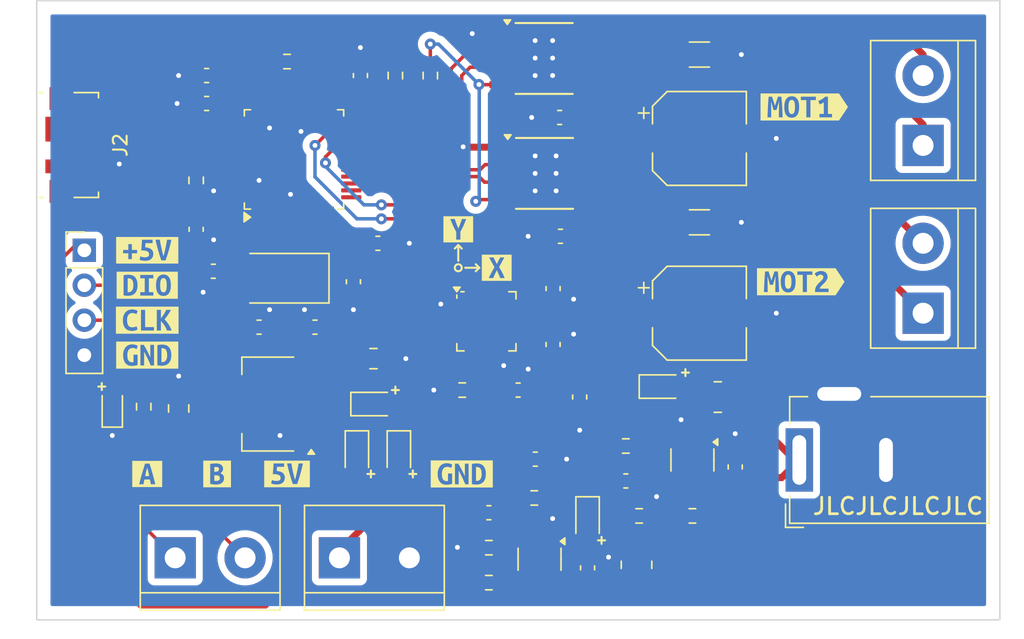
<source format=kicad_pcb>
(kicad_pcb (version 20240108) (generator "pcbnew") (generator_version "8.0")
  (layers (0 "F.Cu" signal) (31 "B.Cu" signal) (34 "B.Paste" user) (35 "F.Paste" user) (36 "B.SilkS" user "B.Silkscreen") (37 "F.SilkS" user "F.Silkscreen") (38 "B.Mask" user) (39 "F.Mask" user) (44 "Edge.Cuts" user))
  (net 0 "")
  (net 1 "+3V3")
  (net 2 "GND")
  (net 3 "/HSE_IN")
  (net 4 "/HSE_OUT")
  (net 5 "/NRST")
  (net 6 "+12V")
  (net 7 "+BATT")
  (net 8 "+5V_CONV")
  (net 9 "+5V")
  (net 10 "VBUS")
  (net 11 "/SWDIO")
  (net 12 "/SWCLK")
  (net 15 "/USB_D-")
  (net 17 "/USB_D+")
  (net 22 "/ENC_A")
  (net 23 "/ENC_B")
  (net 24 "/BOOT0")
  (net 25 "/I2C_SCL")
  (net 26 "/I2C_SDA")
  (net 29 "/PWM2")
  (net 31 "/PWM4")
  (net 34 "/PWM1")
  (net 36 "/PWM3")
  (net 68 "/MOT1_B")
  (net 69 "/MOT1_A")
  (net 70 "/MOT2_B")
  (net 71 "/MOT2_A")
  (net 72 "/IMU_REGOUT")
  (net 73 "/IMU_CPOUT")
  (net 74 "/IMU_AD0")
  (net 75 "/MOT1_SEN")
  (net 76 "/MOT2_SEN")
  (net 77 "/LMR1_EN")
  (net 78 "/LMR2_EN")
  (net 79 "/LMR2_SW")
  (net 80 "/LMR1_SW")
  (net 81 "/LMR1_FB")
  (net 82 "/REG_IN")
  (net 83 "/LMR2_FB")
  (net 84 "/LED_ANODE")
  (footprint "Package_TO_SOT_SMD:SOT-23-5" (layer "F.Cu") (at 168.656 119.38 -90)
    (property "Reference" "U2" (hide yes))
    (property "Value" "LMR62014XMF")
  )
  (footprint "Capacitor_SMD:C_0603_1608Metric" (layer "F.Cu") (at 159.065 103.124 180)
    (property "Reference" "C24" (hide yes))
    (property "Value" "100n")
  )
  (footprint "Capacitor_SMD:C_0603_1608Metric" (layer "F.Cu") (at 160.462 114.808 -90)
    (property "Reference" "C12" (hide yes))
    (property "Value" "10u")
  )
  (footprint "Package_TO_SOT_SMD:SOT-23-5" (layer "F.Cu") (at 157.546 126.5905 -90)
    (property "Reference" "U4" (hide yes))
    (property "Value" "LMR62014XMF")
  )
  (footprint "kibuzzard-66D67EE6" (layer "F.Cu") (at 151.892 120.396)
    (property "Reference" "kibuzzard-66D67EE6" (hide yes))
    (property "Value" "G***" (hide yes))
  )
  (footprint "Connector_PinHeader_2.54mm:PinHeader_1x04_P2.54mm_Vertical" (layer "F.Cu") (at 124.46 104.14)
    (property "Reference" "J1" (hide yes))
    (property "Value" "ICSP")
  )
  (footprint "Capacitor_SMD:C_0603_1608Metric" (layer "F.Cu") (at 171.766 119.888 90)
    (property "Reference" "C13" (hide yes))
    (property "Value" "10u")
  )
  (footprint "kibuzzard-66D67F1F" (layer "F.Cu") (at 129.032 104.14)
    (property "Reference" "kibuzzard-66D67F1F" (hide yes))
    (property "Value" "G***" (hide yes))
  )
  (footprint "Capacitor_SMD:C_0805_2012Metric" (layer "F.Cu") (at 131.318 115.636 90)
    (property "Reference" "C11" (hide yes))
    (property "Value" "22u")
  )
  (footprint "kibuzzard-66D67A11" (layer "F.Cu") (at 139.192 120.396)
    (property "Reference" "kibuzzard-66D67A11" (hide yes))
    (property "Value" "G***" (hide yes))
  )
  (footprint "Capacitor_SMD:C_0603_1608Metric" (layer "F.Cu") (at 158.528 110.985 90)
    (property "Reference" "C20" (hide yes))
    (property "Value" "100n")
  )
  (footprint "Inductor_SMD:L_1008_2520Metric" (layer "F.Cu") (at 170.496 114.808 180)
    (property "Reference" "L1" (hide yes))
    (property "Value" "10u")
  )
  (footprint "Capacitor_SMD:C_0603_1608Metric" (layer "F.Cu") (at 144.018 106.426 -90)
    (property "Reference" "C8" (hide yes))
    (property "Value" "100n")
  )
  (footprint "Capacitor_SMD:C_0603_1608Metric" (layer "F.Cu") (at 145.796 103.632)
    (property "Reference" "C5" (hide yes))
    (property "Value" "100n")
  )
  (footprint "Sensor_Motion:InvenSense_QFN-24_4x4mm_P0.5mm" (layer "F.Cu") (at 153.682 109.302)
    (property "Reference" "U5" (hide yes))
    (property "Value" "MPU-6050")
  )
  (footprint "TerminalBlock:TerminalBlock_bornier-2_P5.08mm" (layer "F.Cu") (at 185.42 96.52 90)
    (property "Reference" "J6" (hide yes))
    (property "Value" "MOT 1")
  )
  (footprint "Resistor_SMD:R_0603_1608Metric" (layer "F.Cu") (at 147.066 91.44 90)
    (property "Reference" "R16" (hide yes))
    (property "Value" "1.5k")
  )
  (footprint "Resistor_SMD:R_0603_1608Metric" (layer "F.Cu") (at 163.817 118.364 180)
    (property "Reference" "R2" (hide yes))
    (property "Value" "82k")
  )
  (footprint "kibuzzard-66D67A48" (layer "F.Cu") (at 154.432 105.41)
    (property "Reference" "kibuzzard-66D67A48" (hide yes))
    (property "Value" "G***" (hide yes))
  )
  (footprint "Connector_USB:USB_Micro-B_Molex_47346-0001" (layer "F.Cu") (at 123.78 96.49 -90)
    (property "Reference" "J2")
    (property "Value" "USB_B_Micro")
  )
  (footprint "Capacitor_SMD:CP_Elec_6.3x5.4" (layer "F.Cu") (at 169.164 96.012)
    (property "Reference" "C22" (hide yes))
    (property "Value" "47u")
  )
  (footprint "Diode_SMD:D_SOD-323" (layer "F.Cu") (at 144.272 118.872 -90)
    (property "Reference" "D2" (hide yes))
    (property "Value" "1N5819WS")
  )
  (footprint "Package_TO_SOT_SMD:SOT-223-3_TabPin2" (layer "F.Cu") (at 137.82 115.316 180)
    (property "Reference" "U3" (hide yes))
    (property "Value" "AMS1117-3.3")
  )
  (footprint "Capacitor_SMD:C_0603_1608Metric" (layer "F.Cu") (at 133.35 93.472 180)
    (property "Reference" "C9" (hide yes))
    (property "Value" "10u")
  )
  (footprint "Resistor_SMD:R_1206_3216Metric" (layer "F.Cu") (at 169.164 89.916)
    (property "Reference" "R9" (hide yes))
    (property "Value" "100m")
  )
  (footprint "TerminalBlock:TerminalBlock_bornier-2_P5.08mm" (layer "F.Cu") (at 185.42 108.712 90)
    (property "Reference" "J7" (hide yes))
    (property "Value" "MOT 2")
  )
  (footprint "Package_SO:Texas_HTSOP-8-1EP_3.9x4.9mm_P1.27mm_EP2.95x4.9mm_Mask2.4x3.1mm_ThermalVias" (layer "F.Cu") (at 157.876 90.2)
    (property "Reference" "U6" (hide yes))
    (property "Value" "DRV8870DDA")
  )
  (footprint "Capacitor_SMD:C_0603_1608Metric" (layer "F.Cu") (at 133.35 91.44 180)
    (property "Reference" "C4" (hide yes))
    (property "Value" "100n")
  )
  (footprint "Diode_SMD:D_SOD-323" (layer "F.Cu") (at 145.44 115.316)
    (property "Reference" "D1" (hide yes))
    (property "Value" "1N5819WS")
  )
  (footprint "Capacitor_SMD:C_0603_1608Metric" (layer "F.Cu") (at 157.239 119.321)
    (property "Reference" "C17" (hide yes))
    (property "Value" "10u")
  )
  (footprint "Capacitor_SMD:C_0603_1608Metric" (layer "F.Cu") (at 155.988 114.3)
    (property "Reference" "C18" (hide yes))
    (property "Value" "100n")
  )
  (footprint "Diode_SMD:D_SOD-323" (layer "F.Cu") (at 147.32 118.872 -90)
    (property "Reference" "D5" (hide yes))
    (property "Value" "1N5819WS")
  )
  (footprint "Capacitor_SMD:C_0603_1608Metric" (layer "F.Cu") (at 132.588 102.616 -90)
    (property "Reference" "C2" (hide yes))
    (property "Value" "100n")
  )
  (footprint "Capacitor_SMD:C_0603_1608Metric" (layer "F.Cu") (at 158.528 106.921 -90)
    (property "Reference" "C19" (hide yes))
    (property "Value" "2.2n")
  )
  (footprint "Resistor_SMD:R_0603_1608Metric" (layer "F.Cu") (at 168.656 123.444)
    (property "Reference" "R3" (hide yes))
    (property "Value" "10k")
  )
  (footprint "Capacitor_SMD:C_0603_1608Metric" (layer "F.Cu") (at 161.036 127.22 90)
    (property "Reference" "C15" (hide yes))
    (property "Value" "10u")
  )
  (footprint "Capacitor_SMD:C_0603_1608Metric" (layer "F.Cu") (at 159.004 94.488 180)
    (property "Reference" "C21" (hide yes))
    (property "Value" "100n")
  )
  (footprint "Connector_BarrelJack:BarrelJack_GCT_DCJ200-10-A_Horizontal" (layer "F.Cu") (at 176.424 119.38 90)
    (property "Reference" "J3" (hide yes))
    (property "Value" "Barrel_Jack_Switch")
  )
  (footprint "kibuzzard-66D67A84" (layer "F.Cu") (at 176.784 93.726)
    (property "Reference" "kibuzzard-66D67A84" (hide yes))
    (property "Value" "G***" (hide yes))
  )
  (footprint "Resistor_SMD:R_0603_1608Metric" (layer "F.Cu") (at 128.778 115.507 -90)
    (property "Reference" "R15" (hide yes))
    (property "Value" "1.5k")
  )
  (footprint "Diode_SMD:D_SOD-323" (layer "F.Cu") (at 161.036 123.664 -90)
    (property "Reference" "D3" (hide yes))
    (property "Value" "1N5819WS")
  )
  (footprint "Capacitor_SMD:C_0603_1608Metric" (layer "F.Cu") (at 153.861 123.215 180)
    (property "Reference" "C16" (hide yes))
    (property "Value" "330p")
  )
  (footprint "kibuzzard-66D679EB" (layer "F.Cu") (at 129.032 109.22)
    (property "Reference" "kibuzzard-66D679EB" (hide yes))
    (property "Value" "G***" (hide yes))
  )
  (footprint "Resistor_SMD:R_0603_1608Metric" (layer "F.Cu") (at 157.163 122.14 180)
    (property "Reference" "R7" (hide yes))
    (property "Value" "82k")
  )
  (footprint "Capacitor_SMD:C_0603_1608Metric" (layer "F.Cu") (at 141.224 109.728)
    (property "Reference" "C7" (hide yes))
    (property "Value" "30p")
  )
  (footprint "kibuzzard-66D679E5" (layer "F.Cu") (at 129.032 111.76)
    (property "Reference" "kibuzzard-66D679E5" (hide yes))
    (property "Value" "G***" (hide yes))
  )
  (footprint "Resistor_SMD:R_0603_1608Metric" (layer "F.Cu") (at 153.861 125.755)
    (property "Reference" "R6" (hide yes))
    (property "Value" "27k")
  )
  (footprint "LED_SMD:LED_0603_1608Metric" (layer "F.Cu") (at 126.492 115.507 90)
    (property "Reference" "D6" (hide yes))
    (property "Value" "RED")
  )
  (footprint "Resistor_SMD:R_1206_3216Metric" (layer "F.Cu") (at 169.164 102.108)
    (property "Reference" "R10" (hide yes))
    (property "Value" "100m")
  )
  (footprint "kibuzzard-66D679E8" (layer "F.Cu") (at 129.032 106.68)
    (property "Reference" "kibuzzard-66D679E8" (hide yes))
    (property "Value" "G***" (hide yes))
  )
  (footprint "TerminalBlock:TerminalBlock_bornier-2_P5.08mm" (layer "F.Cu") (at 143.002 126.492)
    (property "Reference" "J5" (hide yes))
    (property "Value" "ENCODER")
  )
  (footprint "Package_QFP:LQFP-48_7x7mm_P0.5mm" (layer "F.Cu") (at 139.7 97.536 90)
    (property "Reference" "U1" (hide yes))
    (property "Value" "STM32F103C8Tx")
  )
  (footprint "Resistor_SMD:R_0603_1608Metric" (layer "F.Cu") (at 151.924 114.3)
    (property "Reference" "R8" (hide yes))
    (property "Value" "10k")
  )
  (footprint "Capacitor_SMD:C_0603_1608Metric" (layer "F.Cu") (at 137.16 109.728 180)
    (property "Reference" "C6" (hide yes))
    (property "Value" "30p")
  )
  (footprint "Capacitor_SMD:C_0603_1608Metric" (layer "F.Cu") (at 133.838 105.664 180)
    (property "Reference" "C1" (hide yes))
    (property "Value" "100n")
  )
  (footprint "Resistor_SMD:R_0603_1608Metric" (layer "F.Cu") (at 149.606 91.44 90)
    (property "Reference" "R17" (hide yes))
    (property "Value" "1.5k")
  )
  (footprint "Resistor_SMD:R_0603_1608Metric" (layer "F.Cu") (at 132.588 99.06 90)
    (property "Reference" "R1" (hide yes))
    (property "Value" "10k")
  )
  (footprint "Resistor_SMD:R_0603_1608Metric" (layer "F.Cu") (at 153.861 128.295)
    (property "Reference" "R5" (hide yes))
    (property "Value" "10k")
  )
  (footprint "Capacitor_SMD:C_0603_1608Metric" (layer "F.Cu") (at 163.817 120.904 180)
    (property "Reference" "C14" (hide yes))
    (property "Value" "330p")
  )
  (footprint "Resistor_SMD:R_0603_1608Metric" (layer "F.Cu") (at 164.783 123.444 180)
    (property "Reference" "R4" (hide yes))
    (property "Value" "10k")
  )
  (footprint "kibuzzard-66D679FF" (layer "F.Cu") (at 129.032 120.396)
    (property "Reference" "kibuzzard-66D679FF" (hide yes))
    (property "Value" "G***" (hide yes))
  )
  (footprint "Capacitor_SMD:C_0603_1608Metric" (layer "F.Cu") (at 144.526 91.44 90)
    (property "Reference" "C3" (hide yes))
    (property "Value" "100n")
  )
  (footprint "Capacitor_SMD:C_0805_2012Metric" (layer "F.Cu") (at 145.476 112.014)
    (property "Reference" "C10" (hide yes))
    (property "Value" "22u")
  )
  (footprint "kibuzzard-66D67A51" (layer "F.Cu") (at 151.638 102.616)
    (property "Reference" "kibuzzard-66D67A51" (hide yes))
    (property "Value" "G***" (hide yes))
  )
  (footprint "Crystal:Crystal_SMD_5032-2Pin_5.0x3.2mm" (layer "F.Cu") (at 139.192 106.172 180)
    (property "Reference" "Y1" (hide yes))
    (property "Value" "8MHz")
  )
  (footprint "TerminalBlock:TerminalBlock_bornier-2_P5.08mm" (layer "F.Cu") (at 131.064 126.492)
    (property "Reference" "J4" (hide yes))
    (property "Value" "ENCODER")
  )
  (footprint "Capacitor_SMD:CP_Elec_6.3x5.4" (layer "F.Cu") (at 169.164 108.712)
    (property "Reference" "C23" (hide yes))
    (property "Value" "47u")
  )
  (footprint "Resistor_SMD:R_0603_1608Metric" (layer "F.Cu") (at 139.192 90.424)
    (property "Reference" "R11" (hide yes))
    (property "Value" "1.5k")
  )
  (footprint "Package_SO:Texas_HTSOP-8-1EP_3.9x4.9mm_P1.27mm_EP2.95x4.9mm_Mask2.4x3.1mm_ThermalVias" (layer "F.Cu") (at 157.907 98.552)
    (property "Reference" "U7" (hide yes))
    (property "Value" "DRV8870DDA")
  )
  (footprint "kibuzzard-66D67A08" (layer "F.Cu") (at 134.112 120.396)
    (property "Reference" "kibuzzard-66D67A08" (hide yes))
    (property "Value" "G***" (hide yes))
  )
  (footprint "Diode_SMD:D_SOD-323" (layer "F.Cu") (at 166.398 114.046)
    (property "Reference" "D4" (hide yes))
    (property "Value" "1N5819WS")
  )
  (footprint "kibuzzard-66D67A2F" (layer "F.Cu") (at 176.53 106.426)
    (property "Reference" "kibuzzard-66D67A2F" (hide yes))
    (property "Value" "G***" (hide yes))
  )
  (footprint "Inductor_SMD:L_1008_2520Metric" (layer "F.Cu") (at 164.592 127 90)
    (property "Reference" "L2" (hide yes))
    (property "Value" "10u")
  )
  (gr_line (start 161.798 125.222) (end 162.306 125.222) (stroke (width 0.15)) (layer "F.SilkS"))
  (gr_line (start 152.146 105.41) (end 153.162 105.41) (stroke (width 0.15)) (layer "F.SilkS"))
  (gr_line (start 148.082 120.396) (end 148.59 120.396) (stroke (width 0.15)) (layer "F.SilkS"))
  (gr_line (start 152.908 105.664) (end 153.162 105.41) (stroke (width 0.15)) (layer "F.SilkS"))
  (gr_line (start 145.034 120.396) (end 145.542 120.396) (stroke (width 0.15)) (layer "F.SilkS"))
  (gr_circle (center 151.638 105.41) (end 151.892 105.41) (stroke (width 0.15)) (fill none) (layer "F.SilkS"))
  (gr_line (start 162.052 125.476) (end 162.052 124.968) (stroke (width 0.15)) (layer "F.SilkS"))
  (gr_line (start 125.73 114.3) (end 125.73 113.792) (stroke (width 0.15)) (layer "F.SilkS"))
  (gr_line (start 125.476 114.046) (end 125.984 114.046) (stroke (width 0.15)) (layer "F.SilkS"))
  (gr_line (start 167.894 113.03) (end 168.402 113.03) (stroke (width 0.15)) (layer "F.SilkS"))
  (gr_line (start 148.336 120.65) (end 148.336 120.142) (stroke (width 0.15)) (layer "F.SilkS"))
  (gr_line (start 145.288 120.65) (end 145.288 120.142) (stroke (width 0.15)) (layer "F.SilkS"))
  (gr_line (start 168.148 113.284) (end 168.148 112.776) (stroke (width 0.15)) (layer "F.SilkS"))
  (gr_line (start 153.162 105.41) (end 152.908 105.156) (stroke (width 0.15)) (layer "F.SilkS"))
  (gr_line (start 147.066 114.554) (end 147.066 114.046) (stroke (width 0.15)) (layer "F.SilkS"))
  (gr_line (start 151.638 104.902) (end 151.638 103.886) (stroke (width 0.15)) (layer "F.SilkS"))
  (gr_line (start 151.638 103.759) (end 151.384 104.013) (stroke (width 0.15)) (layer "F.SilkS"))
  (gr_line (start 151.892 104.013) (end 151.638 103.759) (stroke (width 0.15)) (layer "F.SilkS"))
  (gr_line (start 146.812 114.3) (end 147.32 114.3) (stroke (width 0.15)) (layer "F.SilkS"))
  (gr_rect (start 121 86) (end 191 131) (stroke (width 0.1)) (fill none) (layer "Edge.Cuts"))
  (gr_text "JLCJLCJLCJLC" (at 177.292 123.444 0) (layer "F.SilkS") (effects (font (size 1.2 1.2) (thickness 0.2) (bold yes)) (justify left bottom)))
  (segment (start 144.526 92.215) (end 145.021 92.215) (width 0.254) (layer "F.Cu") (net 1))
  (segment (start 131.572 116.332) (end 131.318 116.586) (width 0.254) (layer "F.Cu") (net 1))
  (segment (start 136.5975 93.726) (end 134.379 93.726) (width 0.254) (layer "F.Cu") (net 1))
  (segment (start 140.95 102.85) (end 141.224 103.124) (width 0.254) (layer "F.Cu") (net 1))
  (segment (start 147.066 90.615) (end 149.606 90.615) (width 0.254) (layer "F.Cu") (net 1))
  (segment (start 134.613 105.664) (end 134.613 105.156) (width 0.254) (layer "F.Cu") (net 1))
  (segment (start 141.224 103.124) (end 144.513 103.124) (width 0.254) (layer "F.Cu") (net 1))
  (segment (start 152.146 113.03) (end 149.606 113.03) (width 0.254) (layer "F.Cu") (net 1))
  (segment (start 140.017 90.424) (end 142.735 90.424) (width 0.2) (layer "F.Cu") (net 1))
  (segment (start 132.588 101.841) (end 133.54575 101.841) (width 0.254) (layer "F.Cu") (net 1))
  (segment (start 140.95 100.056) (end 138.938 98.044) (width 0.254) (layer "F.Cu") (net 1))
  (segment (start 142.735 90.424) (end 144.526 92.215) (width 0.2) (layer "F.Cu") (net 1))
  (segment (start 149.606 113.03) (end 148.844 113.792) (width 0.254) (layer "F.Cu") (net 1))
  (segment (start 149.606 89.154) (end 149.606 90.615) (width 0.254) (layer "F.Cu") (net 1))
  (segment (start 144.513 103.124) (end 145.021 103.632) (width 0.254) (layer "F.Cu") (net 1))
  (segment (start 133.54575 101.841) (end 135.10075 100.286) (width 0.254) (layer "F.Cu") (net 1))
  (segment (start 152.932 111.747592) (end 152.932 112.244) (width 0.254) (layer "F.Cu") (net 1))
  (segment (start 134.125 91.44) (end 135.0165 91.44) (width 0.25) (layer "F.Cu") (net 1))
  (segment (start 148.844 114.808) (end 149.86 115.824) (width 0.254) (layer "F.Cu") (net 1))
  (segment (start 140.047865 94.636001) (end 138.938 95.745866) (width 0.254) (layer "F.Cu") (net 1))
  (segment (start 152.411592 112.268) (end 150.114 112.268) (width 0.254) (layer "F.Cu") (net 1))
  (segment (start 136.962134 100.286) (end 135.5375 100.286) (width 0.254) (layer "F.Cu") (net 1))
  (segment (start 143.8625 94.786) (end 143.712501 94.636001) (width 0.254) (layer "F.Cu") (net 1))
  (segment (start 140.97 115.316) (end 134.67 115.316) (width 0.508) (layer "F.Cu") (net 1))
  (segment (start 138.938 95.745866) (end 138.938 98.044) (width 0.254) (layer "F.Cu") (net 1))
  (segment (start 136.95 93.3735) (end 136.5975 93.726) (width 0.254) (layer "F.Cu") (net 1))
  (segment (start 135.0165 91.44) (end 136.95 93.3735) (width 0.25) (layer "F.Cu") (net 1))
  (segment (start 149.098 111.252) (end 148.59 110.744) (width 0.254) (layer "F.Cu") (net 1))
  (segment (start 158.528 114.268) (end 158.528 111.76) (width 0.254) (layer "F.Cu") (net 1))
  (segment (start 156.972 115.824) (end 158.528 114.268) (width 0.254) (layer "F.Cu") (net 1))
  (segment (start 144.526 93.218) (end 144.526 92.215) (width 0.2) (layer "F.Cu") (net 1))
  (segment (start 140.95 101.6985) (end 140.95 100.056) (width 0.254) (layer "F.Cu") (net 1))
  (segment (start 153.259 92.105) (end 153.162 92.202) (width 0.254) (layer "F.Cu") (net 1))
  (segment (start 152.932 111.747592) (end 152.411592 112.268) (width 0.254) (layer "F.Cu") (net 1))
  (segment (start 157.422 111.76) (end 158.528 111.76) (width 0.254) (layer "F.Cu") (net 1))
  (segment (start 145.021 92.215) (end 146.621 90.615) (width 0.254) (layer "F.Cu") (net 1))
  (segment (start 134.613 102.616) (end 133.838 101.841) (width 0.254) (layer "F.Cu") (net 1))
  (segment (start 134.613 105.156) (end 134.613 102.616) (width 0.254) (layer "F.Cu") (net 1))
  (segment (start 134.379 93.726) (end 134.125 93.472) (width 0.254) (layer "F.Cu") (net 1))
  (segment (start 128.778 116.332) (end 129.032 116.586) (width 0.254) (layer "F.Cu") (net 1))
  (segment (start 134.613 105.156) (end 134.613 104.909) (width 0.254) (layer "F.Cu") (net 1))
  (segment (start 140.95 101.6985) (end 140.95 102.85) (width 0.254) (layer "F.Cu") (net 1))
  (segment (start 133.838 101.841) (end 132.588 101.841) (width 0.254) (layer "F.Cu") (net 1))
  (segment (start 155.001 92.105) (end 153.259 92.105) (width 0.254) (layer "F.Cu") (net 1))
  (segment (start 143.712501 94.636001) (end 140.047865 94.636001) (width 0.254) (layer "F.Cu") (net 1))
  (segment (start 149.86 115.824) (end 156.972 115.824) (width 0.254) (layer "F.Cu") (net 1))
  (segment (start 146.621 90.615) (end 147.066 90.615) (width 0.254) (layer "F.Cu") (net 1))
  (segment (start 129.032 116.586) (end 131.318 116.586) (width 0.254) (layer "F.Cu") (net 1))
  (segment (start 143.8625 94.786) (end 143.8625 93.8815) (width 0.2) (layer "F.Cu") (net 1))
  (segment (start 139.242 110.744) (end 134.67 115.316) (width 0.254) (layer "F.Cu") (net 1))
  (segment (start 152.932 112.244) (end 152.146 113.03) (width 0.254) (layer "F.Cu") (net 1))
  (segment (start 143.8625 93.8815) (end 144.526 93.218) (width 0.2) (layer "F.Cu") (net 1))
  (segment (start 150.114 112.268) (end 149.098 111.252) (width 0.254) (layer "F.Cu") (net 1))
  (segment (start 136.95 96.056) (end 136.95 93.3735) (width 0.254) (layer "F.Cu") (net 1))
  (segment (start 156.214 110.552) (end 157.422 111.76) (width 0.254) (layer "F.Cu") (net 1))
  (segment (start 148.59 110.744) (end 139.242 110.744) (width 0.254) (layer "F.Cu") (net 1))
  (segment (start 134.613 104.909) (end 136.95 102.572) (width 0.254) (layer "F.Cu") (net 1))
  (segment (start 134.613 116.332) (end 131.572 116.332) (width 0.254) (layer "F.Cu") (net 1))
  (segment (start 152.932 111.252) (end 152.932 111.747592) (width 0.254) (layer "F.Cu") (net 1))
  (segment (start 155.632 110.552) (end 156.214 110.552) (width 0.254) (layer "F.Cu") (net 1))
  (segment (start 138.938 98.044) (end 138.938 98.310134) (width 0.254) (layer "F.Cu") (net 1))
  (segment (start 138.938 98.044) (end 136.95 96.056) (width 0.254) (layer "F.Cu") (net 1))
  (segment (start 153.035 100.457) (end 155.032 100.457) (width 0.254) (layer "F.Cu") (net 1))
  (segment (start 148.844 113.792) (end 148.844 114.808) (width 0.254) (layer "F.Cu") (net 1))
  (segment (start 136.95 102.572) (end 136.95 101.6985) (width 0.254) (layer "F.Cu") (net 1))
  (segment (start 152.908 100.584) (end 153.035 100.457) (width 0.254) (layer "F.Cu") (net 1))
  (segment (start 135.10075 100.286) (end 135.5375 100.286) (width 0.254) (layer "F.Cu") (net 1))
  (segment (start 138.938 98.310134) (end 136.962134 100.286) (width 0.254) (layer "F.Cu") (net 1))
  (segment (start 134.613 105.664) (end 134.613 116.332) (width 0.254) (layer "F.Cu") (net 1))
  (via (at 149.606 89.154) (size 0.8) (drill 0.35) (layers "F.Cu" "B.Cu") (net 1))
  (via (at 152.908 100.584) (size 0.8) (drill 0.35) (layers "F.Cu" "B.Cu") (net 1))
  (via (at 153.140406 92.091311) (size 0.8) (drill 0.35) (layers "F.Cu" "B.Cu") (net 1))
  (segment (start 153.162 100.33) (end 152.908 100.584) (width 0.254) (layer "B.Cu") (net 1))
  (segment (start 153.140406 92.091311) (end 150.203095 89.154) (width 0.254) (layer "B.Cu") (net 1))
  (segment (start 153.162 92.112905) (end 153.162 100.33) (width 0.254) (layer "B.Cu") (net 1))
  (segment (start 150.203095 89.154) (end 149.606 89.154) (width 0.254) (layer "B.Cu") (net 1))
  (segment (start 153.140406 92.091311) (end 153.162 92.112905) (width 0.254) (layer "B.Cu") (net 1))
  (segment (start 139.446 100.076) (end 139.635592 100.076) (width 0.254) (layer "F.Cu") (net 2))
  (segment (start 156.718 112.776) (end 156.718 114.255) (width 0.254) (layer "F.Cu") (net 2))
  (segment (start 159.994 110.21) (end 160.02 110.236) (width 0.254) (layer "F.Cu") (net 2))
  (segment (start 152.019 96.647) (end 155.032 96.647) (width 0.508) (layer "F.Cu") (net 2))
  (segment (start 133.795 99.885) (end 133.858 99.822) (width 0.254) (layer "F.Cu") (net 2))
  (segment (start 158.528 107.696) (end 160.02 107.696) (width 0.254) (layer "F.Cu") (net 2))
  (segment (start 151.575 125.73) (end 153.011 125.73) (width 0.508) (layer "F.Cu") (net 2))
  (segment (start 160.462 115.583) (end 160.462 117.2155) (width 0.508) (layer "F.Cu") (net 2))
  (segment (start 154.432 111.252) (end 154.432 112.014) (width 0.254) (layer "F.Cu") (net 2))
  (segment (start 140.45 100.890408) (end 140.45 101.6985) (width 0.254) (layer "F.Cu") (net 2))
  (segment (start 150.368 108.052) (end 151.732 108.052) (width 0.254) (layer "F.Cu") (net 2))
  (segment (start 133.096 107.188) (end 133.096 105.697) (width 0.254) (layer "F.Cu") (net 2))
  (segment (start 171.964 96.012) (end 174.752 96.012) (width 0.508) (layer "F.Cu") (net 2))
  (segment (start 152.751 88.295) (end 152.654 88.392) (width 0.508) (layer "F.Cu") (net 2))
  (segment (start 166.05 122.0415) (end 165.608 122.4835) (width 0.254) (layer "F.Cu") (net 2))
  (segment (start 158.29 103.124) (end 156.718 103.124) (width 0.254) (layer "F.Cu") (net 2))
  (segment (start 146.571 103.632) (end 148.082 103.632) (width 0.254) (layer "F.Cu") (net 2))
  (segment (start 151.9936 96.6216) (end 152.019 96.647) (width 0.508) (layer "F.Cu") (net 2))
  (segment (start 158.528 110.21) (end 159.994 110.21) (width 0.254) (layer "F.Cu") (net 2))
  (segment (start 138.698 117.616) (end 138.684 117.602) (width 0.508) (layer "F.Cu") (net 2))
  (segment (start 140.449 108.471) (end 140.462 108.458) (width 0.254) (layer "F.Cu") (net 2))
  (segment (start 126.492 117.602) (end 126.492 116.2945) (width 0.254) (layer "F.Cu") (net 2))
  (segment (start 149.86 114.3) (end 151.099 114.3) (width 0.254) (layer "F.Cu") (net 2))
  (segment (start 131.318 114.686) (end 131.318 113.284) (width 0.254) (layer "F.Cu") (net 2))
  (segment (start 170.6265 89.916) (end 172.212 89.916) (width 0.508) (layer "F.Cu") (net 2))
  (segment (start 158.014 119.321) (end 159.512 119.321) (width 0.508) (layer "F.Cu") (net 2))
  (segment (start 132.588 99.885) (end 133.795 99.885) (width 0.254) (layer "F.Cu") (net 2))
  (segment (start 144.526 90.665) (end 144.526 89.408) (width 0.254) (layer "F.Cu") (net 2))
  (segment (start 171.766 119.113) (end 171.766 117.4695) (width 0.508) (layer "F.Cu") (net 2))
  (segment (start 137.922 95.25) (end 137.45 94.778) (width 0.254) (layer "F.Cu") (net 2))
  (segment (start 158.229 94.488) (end 156.972 94.488) (width 0.254) (layer "F.Cu") (net 2))
  (segment (start 165.608 122.4835) (end 165.608 123.444) (width 0.254) (layer "F.Cu") (net 2))
  (segment (start 155.002 88.295) (end 152.751 88.295) (width 0.508) (layer "F.Cu") (net 2))
  (segment (start 126.918 97.79) (end 127 97.872) (width 0.25) (layer "F.Cu") (net 2))
  (segment (start 146.426 112.014) (end 147.828 112.014) (width 0.254) (layer "F.Cu") (net 2))
  (segment (start 170.6265 102.108) (end 172.212 102.108) (width 0.508) (layer "F.Cu") (net 2))
  (segment (start 132.588 103.391) (end 133.845 103.391) (width 0.254) (layer "F.Cu") (net 2))
  (segment (start 140.208 95.504) (end 140.426 95.286) (width 0.254) (layer "F.Cu") (net 2))
  (segment (start 158.172 108.052) (end 158.528 107.696) (width 0.254) (layer "F.Cu") (net 2))
  (segment (start 133.845 103.391) (end 133.858 103.378) (width 0.254) (layer "F.Cu") (net 2))
  (segment (start 171.964 108.712) (end 174.752 108.712) (width 0.508) (layer "F.Cu") (net 2))
  (segment (start 154.432 112.014) (end 154.94 112.522) (width 0.254) (layer "F.Cu") (net 2))
  (segment (start 137.45 94.778) (end 137.45 93.3735) (width 0.254) (layer "F.Cu") (net 2))
  (segment (start 125.2425 97.79) (end 126.918 97.79) (width 0.25) (layer "F.Cu") (net 2))
  (segment (start 136.434 99.786) (end 135.5375 99.786) (width 0.254) (layer "F.Cu") (net 2))
  (segment (start 139.635592 100.076) (end 140.45 100.890408) (width 0.254) (layer "F.Cu") (net 2))
  (segment (start 132.448 93.472) (end 131.204 93.472) (width 0.25) (layer "F.Cu") (net 2))
  (segment (start 156.718 114.255) (end 156.763 114.3) (width 0.254) (layer "F.Cu") (net 2))
  (segment (start 137.16 99.06) (end 136.434 99.786) (width 0.254) (layer "F.Cu") (net 2))
  (segment (start 157.546 124.589) (end 158.496 123.639) (width 0.508) (layer "F.Cu") (net 2))
  (segment (start 133.096 105.697) (end 133.063 105.664) (width 0.254) (layer "F.Cu") (net 2))
  (segment (start 168.656 117.2815) (end 168.656 118.2425) (width 0.508) (layer "F.Cu") (net 2))
  (segment (start 140.449 109.728) (end 140.449 108.471) (width 0.254) (layer "F.Cu") (net 2))
  (segment (start 167.828 116.4535) (end 168.656 117.2815) (width 0.508) (layer "F.Cu") (net 2))
  (segment (start 144.018 108.458) (end 144.018 107.201) (width 0.254) (layer "F.Cu") (net 2))
  (segment (start 162.56 126.445) (end 161.036 126.445) (width 0.508) (layer "F.Cu") (net 2))
  (segment (start 157.546 125.453) (end 157.546 124.589) (width 0.508) (layer "F.Cu") (net 2))
  (segment (start 137.935 109.728) (end 137.935 108.471) (width 0.254) (layer "F.Cu") (net 2))
  (segment (start 137.935 108.471) (end 137.922 108.458) (width 0.254) (layer "F.Cu") (net 2))
  (segment (start 140.97 117.616) (end 138.698 117.616) (width 0.508) (layer "F.Cu") (net 2))
  (segment (start 140.426 95.286) (end 143.8625 95.286) (width 0.254) (layer "F.Cu") (net 2))
  (segment (start 155.632 108.052) (end 158.172 108.052) (width 0.254) (layer "F.Cu") (net 2))
  (segment (start 131.312 91.44) (end 132.562 91.44) (width 0.25) (layer "F.Cu") (net 2))
  (via (at 160.462 117.2155) (size 0.8) (drill 0.35) (layers "F.Cu" "B.Cu") (net 2))
  (via (at 172.212 102.108) (size 0.8) (drill 0.35) (layers "F.Cu" "B.Cu") (net 2))
  (via (at 126.492 117.602) (size 0.8) (drill 0.35) (layers "F.Cu" "B.Cu") (net 2))
  (via (at 152.654 88.392) (size 0.8) (drill 0.35) (layers "F.Cu" "B.Cu") (net 2))
  (via (at 140.208 95.504) (size 0.8) (drill 0.35) (layers "F.Cu" "B.Cu") (net 2))
  (via (at 158.496 91.44) (size 0.8) (drill 0.35) (layers "F.Cu" "B.Cu") (net 2))
  (via (at 157.226 97.282) (size 0.8) (drill 0.35) (layers "F.Cu" "B.Cu") (net 2))
  (via (at 148.082 103.632) (size 0.8) (drill 0.35) (layers "F.Cu" "B.Cu") (net 2))
  (via (at 144.018 108.458) (size 0.8) (drill 0.35) (layers "F.Cu" "B.Cu") (net 2))
  (via (at 174.752 108.712) (size 0.8) (drill 0.35) (layers "F.Cu" "B.Cu") (net 2))
  (via (at 137.16 99.06) (size 0.8) (drill 0.35) (layers "F.Cu" "B.Cu") (net 2))
  (via (at 131.318 113.284) (size 0.8) (drill 0.35) (layers "F.Cu" "B.Cu") (net 2))
  (via (at 147.828 112.014) (size 0.8) (drill 0.35) (layers "F.Cu" "B.Cu") (net 2))
  (via (at 172.212 89.916) (size 0.8) (drill 0.35) (layers "F.Cu" "B.Cu") (net 2))
  (via (at 160.02 110.236) (size 0.8) (drill 0.35) (layers "F.Cu" "B.Cu") (net 2))
  (via (at 151.9936 96.6216) (size 0.8) (drill 0.35) (layers "F.Cu" "B.Cu") (net 2))
  (via (at 158.496 123.639) (size 0.8) (drill 0.35) (layers "F.Cu" "B.Cu") (net 2))
  (via (at 167.828 116.4535) (size 0.8) (drill 0.35) (layers "F.Cu" "B.Cu") (net 2))
  (via (at 157.226 90.17) (size 0.8) (drill 0.35) (layers "F.Cu" "B.Cu") (net 2))
  (via (at 156.718 103.124) (size 0.8) (drill 0.35) (layers "F.Cu" "B.Cu") (net 2))
  (via (at 138.684 117.602) (size 0.8) (drill 0.35) (layers "F.Cu" "B.Cu") (net 2))
  (via (at 159.512 119.321) (size 0.8) (drill 0.35) (layers "F.Cu" "B.Cu") (net 2))
  (via (at 131.312 91.44) (size 0.8) (drill 0.35) (layers "F.Cu" "B.Cu") (net 2))
  (via (at 158.75 99.822) (size 0.8) (drill 0.35) (layers "F.Cu" "B.Cu") (net 2))
  (via (at 144.526 89.408) (size 0.8) (drill 0.35) (layers "F.Cu" "B.Cu") (net 2))
  (via (at 157.226 88.9) (size 0.8) (drill 0.35) (layers "F.Cu" "B.Cu") (net 2))
  (via (at 133.096 107.188) (size 0.8) (drill 0.35) (layers "F.Cu" "B.Cu") (net 2))
  (via (at 156.972 94.488) (size 0.8) (drill 0.35) (layers "F.Cu" "B.Cu") (net 2))
  (via (at 140.462 108.458) (size 0.8) (drill 0.35) (layers "F.Cu" "B.Cu") (net 2))
  (via (at 162.56 126.445) (size 0.8) (drill 0.35) (layers "F.Cu" "B.Cu") (net 2))
  (via (at 157.226 98.552) (size 0.8) (drill 0.35) (layers "F.Cu" "B.Cu") (net 2))
  (via (at 160.02 107.696) (size 0.8) (drill 0.35) (layers "F.Cu" "B.Cu") (net 2))
  (via (at 158.75 98.552) (size 0.8) (drill 0.35) (layers "F.Cu" "B.Cu") (net 2))
  (via (at 127 97.872) (size 0.8) (drill 0.35) (layers "F.Cu" "B.Cu") (net 2))
  (via (at 149.86 114.3) (size 0.8) (drill 0.35) (layers "F.Cu" "B.Cu") (net 2))
  (via (at 156.718 112.776) (size 0.8) (drill 0.35) (layers "F.Cu" "B.Cu") (net 2))
  (via (at 137.922 108.458) (size 0.8) (drill 0.35) (layers "F.Cu" "B.Cu") (net 2))
  (via (at 137.922 95.25) (size 0.8) (drill 0.35) (layers "F.Cu" "B.Cu") (net 2))
  (via (at 133.858 103.378) (size 0.8) (drill 0.35) (layers "F.Cu" "B.Cu") (net 2))
  (via (at 157.226 91.44) (size 0.8) (drill 0.35) (layers "F.Cu" "B.Cu") (net 2))
  (via (at 150.368 108.052) (size 0.8) (drill 0.35) (layers "F.Cu" "B.Cu") (net 2))
  (via (at 133.858 99.822) (size 0.8) (drill 0.35) (layers "F.Cu" "B.Cu") (net 2))
  (via (at 154.94 112.522) (size 0.8) (drill 0.35) (layers "F.Cu" "B.Cu") (net 2))
  (via (at 131.204 93.472) (size 0.8) (drill 0.35) (layers "F.Cu" "B.Cu") (net 2))
  (via (at 139.446 100.076) (size 0.8) (drill 0.35) (layers "F.Cu" "B.Cu") (net 2))
  (via (at 171.766 117.4695) (size 0.8) (drill 0.35) (layers "F.Cu" "B.Cu") (net 2))
  (via (at 151.575 125.73) (size 0.8) (drill 0.35) (layers "F.Cu" "B.Cu") (net 2))
  (via (at 166.05 122.0415) (size 0.8) (drill 0.35) (layers "F.Cu" "B.Cu") (net 2))
  (via (at 158.496 88.9) (size 0.8) (drill 0.35) (layers "F.Cu" "B.Cu") (net 2))
  (via (at 158.496 90.17) (size 0.8) (drill 0.35) (layers "F.Cu" "B.Cu") (net 2))
  (via (at 174.752 96.012) (size 0.8) (drill 0.35) (layers "F.Cu" "B.Cu") (net 2))
  (via (at 158.75 97.282) (size 0.8) (drill 0.35) (layers "F.Cu" "B.Cu") (net 2))
  (via (at 157.226 99.822) (size 0.8) (drill 0.35) (layers "F.Cu" "B.Cu") (net 2))
  (segment (start 138.95 104.564) (end 138.95 101.6985) (width 0.254) (layer "F.Cu") (net 3))
  (segment (start 136.385 109.728) (end 136.385 107.129) (width 0.254) (layer "F.Cu") (net 3))
  (segment (start 137.342 106.172) (end 138.95 104.564) (width 0.254) (layer "F.Cu") (net 3))
  (segment (start 136.385 107.129) (end 137.342 106.172) (width 0.254) (layer "F.Cu") (net 3))
  (segment (start 139.45 104.58) (end 141.042 106.172) (width 0.254) (layer "F.Cu") (net 4))
  (segment (start 141.999 107.129) (end 141.042 106.172) (width 0.254) (layer "F.Cu") (net 4))
  (segment (start 141.999 109.728) (end 141.999 107.129) (width 0.254) (layer "F.Cu") (net 4))
  (segment (start 139.45 101.6985) (end 139.45 104.58) (width 0.254) (layer "F.Cu") (net 4))
  (segment (start 140.97 103.886) (end 142.494 103.886) (width 0.254) (layer "F.Cu") (net 5))
  (segment (start 144.018 105.41) (end 144.018 105.651) (width 0.254) (layer "F.Cu") (net 5))
  (segment (start 139.95 102.866) (end 140.97 103.886) (width 0.254) (layer "F.Cu") (net 5))
  (segment (start 142.494 103.886) (end 144.018 105.41) (width 0.254) (layer "F.Cu") (net 5))
  (segment (start 139.95 101.6985) (end 139.95 102.866) (width 0.254) (layer "F.Cu") (net 5))
  (segment (start 165.348 114.046) (end 164.846 113.544) (width 0.508) (layer "F.Cu") (net 6))
  (segment (start 160.782 102.085) (end 160.782 100.457) (width 0.508) (layer "F.Cu") (net 6))
  (segment (start 164.846 113.544) (end 164.846 110.23) (width 0.508) (layer "F.Cu") (net 6))
  (segment (start 159.779 94.221) (end 159.779 94.488) (width 0.508) (layer "F.Cu") (net 6))
  (segment (start 165.335 114.033) (end 165.348 114.046) (width 0.508) (layer "F.Cu") (net 6))
  (segment (start 160.751 93.249) (end 159.779 94.221) (width 0.508) (layer "F.Cu") (net 6))
  (segment (start 162.992 116.402) (end 165.348 114.046) (width 0.508) (layer "F.Cu") (net 6))
  (segment (start 186.944 111.76) (end 169.412 111.76) (width 0.508) (layer "F.Cu") (net 6))
  (segment (start 159.84 103.027) (end 160.782 102.085) (width 0.508) (layer "F.Cu") (net 6))
  (segment (start 159.779 94.488) (end 164.84 94.488) (width 0.508) (layer "F.Cu") (net 6))
  (segment (start 166.364 106.928) (end 162.56 103.124) (width 0.508) (layer "F.Cu") (net 6))
  (segment (start 166.364 108.712) (end 166.364 106.928) (width 0.508) (layer "F.Cu") (net 6))
  (segment (start 160.462 114.033) (end 165.335 114.033) (width 0.508) (layer "F.Cu") (net 6))
  (segment (start 188.722 109.982) (end 186.944 111.76) (width 0.508) (layer "F.Cu") (net 6))
  (segment (start 168.396 93.98) (end 178.308 93.98) (width 0.508) (layer "F.Cu") (net 6))
  (segment (start 160.751 92.105) (end 160.751 93.249) (width 0.508) (layer "F.Cu") (net 6))
  (segment (start 162.56 103.124) (end 159.84 103.124) (width 0.508) (layer "F.Cu") (net 6))
  (segment (start 164.84 94.488) (end 166.364 96.012) (width 0.508) (layer "F.Cu") (net 6))
  (segment (start 188.722 100.076) (end 188.722 109.982) (width 0.508) (layer "F.Cu") (net 6))
  (segment (start 163.042 118.414) (end 162.992 118.364) (width 0.508) (layer "F.Cu") (net 6))
  (segment (start 163.042 120.904) (end 163.042 118.414) (width 0.508) (layer "F.Cu") (net 6))
  (segment (start 187.452 98.806) (end 188.722 100.076) (width 0.508) (layer "F.Cu") (net 6))
  (segment (start 166.364 96.012) (end 168.396 93.98) (width 0.508) (layer "F.Cu") (net 6))
  (segment (start 159.84 103.07) (end 159.84 103.027) (width 0.508) (layer "F.Cu") (net 6))
  (segment (start 183.134 98.806) (end 187.452 98.806) (width 0.508) (layer "F.Cu") (net 6))
  (segment (start 169.412 111.76) (end 166.364 108.712) (width 0.508) (layer "F.Cu") (net 6))
  (segment (start 162.992 118.364) (end 162.992 116.402) (width 0.508) (layer "F.Cu") (net 6))
  (segment (start 164.846 110.23) (end 166.364 108.712) (width 0.508) (layer "F.Cu") (net 6))
  (segment (start 178.308 93.98) (end 183.134 98.806) (width 0.508) (layer "F.Cu") (net 6))
  (segment (start 161.036 127.995) (end 158.763 127.995) (width 0.508) (layer "F.Cu") (net 7))
  (segment (start 169.606 123.319) (end 169.481 123.444) (width 0.508) (layer "F.Cu") (net 7))
  (segment (start 158.763 127.995) (end 158.496 127.728) (width 0.508) (layer "F.Cu") (net 7))
  (segment (start 154.686 128.295) (end 155.423 129.032) (width 0.254) (layer "F.Cu") (net 7))
  (segment (start 169.481 123.444) (end 169.481 124.651) (width 0.508) (layer "F.Cu") (net 7))
  (segment (start 169.481 124.651) (end 166.057 128.075) (width 0.508) (layer "F.Cu") (net 7))
  (segment (start 157.192 129.032) (end 158.496 127.728) (width 0.254) (layer "F.Cu") (net 7))
  (segment (start 173.425 120.663) (end 175.141 120.663) (width 0.508) (layer "F.Cu") (net 7))
  (segment (start 176.424 119.38) (end 176.081 119.38) (width 0.508) (layer "F.Cu") (net 7))
  (segment (start 155.423 129.032) (end 157.192 129.032) (width 0.254) (layer "F.Cu") (net 7))
  (segment (start 176.081 119.38) (end 172.017 115.316) (width 0.508) (layer "F.Cu") (net 7))
  (segment (start 171.766 120.663) (end 173.425 120.663) (width 0.508) (layer "F.Cu") (net 7))
  (segment (start 175.141 120.663) (end 176.424 119.38) (width 0.508) (layer "F.Cu") (net 7))
  (segment (start 169.7515 120.663) (end 169.606 120.5175) (width 0.508) (layer "F.Cu") (net 7))
  (segment (start 166.057 128.075) (end 164.592 128.075) (width 0.508) (layer "F.Cu") (net 7))
  (segment (start 161.057 128.016) (end 161.036 127.995) (width 0.508) (layer "F.Cu") (net 7))
  (segment (start 169.606 120.5175) (end 169.606 123.319) (width 0.508) (layer "F.Cu") (net 7))
  (segment (start 163.576 128.016) (end 159.787 128.016) (width 0.508) (layer "F.Cu") (net 7))
  (segment (start 171.766 120.663) (end 169.7515 120.663) (width 0.508) (layer "F.Cu") (net 7))
  (segment (start 151.833 119.321) (end 147.828 115.316) (width 0.508) (layer "F.Cu") (net 8))
  (segment (start 161.036 121.666) (end 160.274 120.904) (width 0.508) (layer "F.Cu") (net 8))
  (segment (start 145.034 123.952) (end 152.349 123.952) (width 0.508) (layer "F.Cu") (net 8))
  (segment (start 143.002 126.492) (end 143.002 125.984) (width 0.508) (layer "F.Cu") (net 8))
  (segment (start 160.274 120.904) (end 156.718 120.904) (width 0.508) (layer "F.Cu") (net 8))
  (segment (start 156.464 119.321) (end 151.833 119.321) (width 0.508) (layer "F.Cu") (net 8))
  (segment (start 156.464 119.321) (end 156.338 119.447) (width 0.508) (layer "F.Cu") (net 8))
  (segment (start 153.086 123.215) (end 153.086 122.504) (width 0.508) (layer "F.Cu") (net 8))
  (segment (start 161.036 122.614) (end 161.036 121.666) (width 0.508) (layer "F.Cu") (net 8))
  (segment (start 147.828 115.316) (end 146.49 115.316) (width 0.508) (layer "F.Cu") (net 8))
  (segment (start 156.718 120.904) (end 156.338 121.284) (width 0.508) (layer "F.Cu") (net 8))
  (segment (start 143.002 125.984) (end 145.034 123.952) (width 0.508) (layer "F.Cu") (net 8))
  (segment (start 156.338 119.447) (end 156.338 122.14) (width 0.508) (layer "F.Cu") (net 8))
  (segment (start 153.45 122.14) (end 156.338 122.14) (width 0.508) (layer "F.Cu") (net 8))
  (segment (start 153.086 122.504) (end 153.45 122.14) (width 0.508) (layer "F.Cu") (net 8))
  (segment (start 152.349 123.952) (end 153.086 123.215) (width 0.508) (layer "F.Cu") (net 8))
  (segment (start 156.338 121.284) (end 156.338 122.14) (width 0.508) (layer "F.Cu") (net 8))
  (segment (start 137.16 129.032) (end 139.192 127) (width 0.254) (layer "F.Cu") (net 9))
  (segment (start 127.508 124.206) (end 127.508 127.508) (width 0.254) (layer "F.Cu") (net 9))
  (segment (start 122.936 104.648) (end 122.936 119.634) (width 0.254) (layer "F.Cu") (net 9))
  (segment (start 139.192 123.444) (end 142.24 120.396) (width 0.254) (layer "F.Cu") (net 9))
  (segment (start 142.24 120.396) (end 143.798 120.396) (width 0.254) (layer "F.Cu") (net 9))
  (segment (start 127.508 127.508) (end 129.032 129.032) (width 0.254) (layer "F.Cu") (net 9))
  (segment (start 139.192 127) (end 139.192 123.444) (width 0.254) (layer "F.Cu") (net 9))
  (segment (start 143.798 120.396) (end 144.272 119.922) (width 0.254) (layer "F.Cu") (net 9))
  (segment (start 122.936 119.634) (end 127.508 124.206) (width 0.254) (layer "F.Cu") (net 9))
  (segment (start 129.032 129.032) (end 137.16 129.032) (width 0.254) (layer "F.Cu") (net 9))
  (segment (start 123.952 103.632) (end 122.936 104.648) (width 0.254) (layer "F.Cu") (net 9))
  (segment (start 123.952 100.838) (end 122.174 102.616) (width 0.254) (layer "F.Cu") (net 10))
  (segment (start 140.208 127.508) (end 140.208 123.952) (width 0.254) (layer "F.Cu") (net 10))
  (segment (start 123.952 95.6015) (end 123.952 100.838) (width 0.254) (layer "F.Cu") (net 10))
  (segment (start 125.2425 95.19) (end 124.3635 95.19) (width 0.254) (layer "F.Cu") (net 10))
  (segment (start 122.174 102.616) (end 122.174 120.396) (width 0.254) (layer "F.Cu") (net 10))
  (segment (start 126.492 128.016) (end 128.524 130.048) (width 0.254) (layer "F.Cu") (net 10))
  (segment (start 122.174 120.396) (end 126.492 124.714) (width 0.254) (layer "F.Cu") (net 10))
  (segment (start 141.478 122.682) (end 144.56 122.682) (width 0.254) (layer "F.Cu") (net 10))
  (segment (start 137.668 130.048) (end 140.208 127.508) (width 0.254) (layer "F.Cu") (net 10))
  (segment (start 124.3635 95.19) (end 123.952 95.6015) (width 0.254) (layer "F.Cu") (net 10))
  (segment (start 144.56 122.682) (end 147.32 119.922) (width 0.254) (layer "F.Cu") (net 10))
  (segment (start 140.208 123.952) (end 141.478 122.682) (width 0.254) (layer "F.Cu") (net 10))
  (segment (start 126.492 124.714) (end 126.492 128.016) (width 0.254) (layer "F.Cu") (net 10))
  (segment (start 128.524 130.048) (end 137.668 130.048) (width 0.254) (layer "F.Cu") (net 10))
  (segment (start 131.318 89.916) (end 130.048 91.186) (width 0.254) (layer "F.Cu") (net 11))
  (segment (start 128.778 105.41) (end 127.508 106.68) (width 0.254) (layer "F.Cu") (net 11))
  (segment (start 137.95 93.3735) (end 137.95 92.484) (width 0.254) (layer "F.Cu") (net 11))
  (segment (start 137.95 92.484) (end 135.382 89.916) (width 0.254) (layer "F.Cu") (net 11))
  (segment (start 127.508 106.68) (end 124.46 106.68) (width 0.254) (layer "F.Cu") (net 11))
  (segment (start 130.048 91.186) (end 130.048 94.742) (width 0.254) (layer "F.Cu") (net 11))
  (segment (start 130.048 94.742) (end 128.778 96.012) (width 0.254) (layer "F.Cu") (net 11))
  (segment (start 128.778 96.012) (end 128.778 105.41) (width 0.254) (layer "F.Cu") (net 11))
  (segment (start 135.382 89.916) (end 131.318 89.916) (width 0.254) (layer "F.Cu") (net 11))
  (segment (start 130.81 95.25) (end 129.54 96.52) (width 0.254) (layer "F.Cu") (net 12))
  (segment (start 129.54 96.52) (end 129.54 107.442) (width 0.254) (layer "F.Cu") (net 12))
  (segment (start 133.814 94.786) (end 133.35 95.25) (width 0.254) (layer "F.Cu") (net 12))
  (segment (start 127.762 109.22) (end 124.46 109.22) (width 0.254) (layer "F.Cu") (net 12))
  (segment (start 135.5375 94.786) (end 133.814 94.786) (width 0.254) (layer "F.Cu") (net 12))
  (segment (start 129.54 107.442) (end 127.762 109.22) (width 0.254) (layer "F.Cu") (net 12))
  (segment (start 133.35 95.25) (end 130.81 95.25) (width 0.254) (layer "F.Cu") (net 12))
  (segment (start 128.016 93.9955) (end 128.016 90.424) (width 0.254) (layer "F.Cu") (net 15))
  (segment (start 125.2425 95.84) (end 126.1715 95.84) (width 0.254) (layer "F.Cu") (net 15))
  (segment (start 138.95 92.009416) (end 138.95 93.3735) (width 0.254) (layer "F.Cu") (net 15))
  (segment (start 139.192 89.715584) (end 139.192 91.767416) (width 0.254) (layer "F.Cu") (net 15))
  (segment (start 130.048 88.392) (end 137.868416 88.392) (width 0.254) (layer "F.Cu") (net 15))
  (segment (start 128.016 90.424) (end 130.048 88.392) (width 0.254) (layer "F.Cu") (net 15))
  (segment (start 126.1715 95.84) (end 128.016 93.9955) (width 0.254) (layer "F.Cu") (net 15))
  (segment (start 139.192 91.767416) (end 138.95 92.009416) (width 0.254) (layer "F.Cu") (net 15))
  (segment (start 137.868416 88.392) (end 139.192 89.715584) (width 0.254) (layer "F.Cu") (net 15))
  (segment (start 128.524 90.678) (end 130.302 88.9) (width 0.254) (layer "F.Cu") (net 17))
  (segment (start 125.2425 96.49) (end 126.522 96.49) (width 0.254) (layer "F.Cu") (net 17))
  (segment (start 138.45 93.3735) (end 138.45 90.507) (width 0.254) (layer "F.Cu") (net 17))
  (segment (start 128.524 92.281363) (end 128.524 92.176631) (width 0.254) (layer "F.Cu") (net 17))
  (segment (start 130.302 88.9) (end 137.414 88.9) (width 0.254) (layer "F.Cu") (net 17))
  (segment (start 137.414 88.9) (end 138.367 89.853) (width 0.254) (layer "F.Cu") (net 17))
  (segment (start 128.524 94.488) (end 128.524 92.281363) (width 0.254) (layer "F.Cu") (net 17))
  (segment (start 128.524 92.176631) (end 128.524 90.678) (width 0.254) (layer "F.Cu") (net 17))
  (segment (start 138.45 90.507) (end 138.367 90.424) (width 0.254) (layer "F.Cu") (net 17))
  (segment (start 138.367 89.853) (end 138.367 90.424) (width 0.254) (layer "F.Cu") (net 17))
  (segment (start 126.522 96.49) (end 128.524 94.488) (width 0.254) (layer "F.Cu") (net 17))
  (segment (start 133.096 96.012) (end 131.064 96.012) (width 0.254) (layer "F.Cu") (net 22))
  (segment (start 124.206 119.634) (end 131.064 126.492) (width 0.254) (layer "F.Cu") (net 22))
  (segment (start 125.984 112.522) (end 124.206 114.3) (width 0.254) (layer "F.Cu") (net 22))
  (segment (start 135.5375 97.286) (end 134.37 97.286) (width 0.254) (layer "F.Cu") (net 22))
  (segment (start 128.016 112.522) (end 125.984 112.522) (width 0.254) (layer "F.Cu") (net 22))
  (segment (start 130.302 110.236) (end 128.016 112.522) (width 0.254) (layer "F.Cu") (net 22))
  (segment (start 130.302 96.774) (end 130.302 110.236) (width 0.254) (layer "F.Cu") (net 22))
  (segment (start 134.37 97.286) (end 133.096 96.012) (width 0.254) (layer "F.Cu") (net 22))
  (segment (start 131.064 96.012) (end 130.302 96.774) (width 0.254) (layer "F.Cu") (net 22))
  (segment (start 124.206 114.3) (end 124.206 119.634) (width 0.254) (layer "F.Cu") (net 22))
  (segment (start 124.968 114.554) (end 124.968 117.856) (width 0.254) (layer "F.Cu") (net 23))
  (segment (start 126.238 113.284) (end 124.968 114.554) (width 0.254) (layer "F.Cu") (net 23))
  (segment (start 130.048 120.396) (end 136.144 126.492) (width 0.254) (layer "F.Cu") (net 23))
  (segment (start 131.699 97.028) (end 131.064 97.663) (width 0.254) (layer "F.Cu") (net 23))
  (segment (start 127.508 120.396) (end 130.048 120.396) (width 0.254) (layer "F.Cu") (net 23))
  (segment (start 124.968 117.856) (end 127.508 120.396) (width 0.254) (layer "F.Cu") (net 23))
  (segment (start 135.5375 97.786) (end 133.854 97.786) (width 0.254) (layer "F.Cu") (net 23))
  (segment (start 133.854 97.786) (end 133.096 97.028) (width 0.254) (layer "F.Cu") (net 23))
  (segment (start 133.096 97.028) (end 131.699 97.028) (width 0.254) (layer "F.Cu") (net 23))
  (segment (start 131.064 110.744) (end 128.524 113.284) (width 0.254) (layer "F.Cu") (net 23))
  (segment (start 131.064 97.663) (end 131.064 110.744) (width 0.254) (layer "F.Cu") (net 23))
  (segment (start 128.524 113.284) (end 126.238 113.284) (width 0.254) (layer "F.Cu") (net 23))
  (segment (start 132.639 98.286) (end 135.5375 98.286) (width 0.254) (layer "F.Cu") (net 24))
  (segment (start 132.588 98.235) (end 132.639 98.286) (width 0.254) (layer "F.Cu") (net 24))
  (segment (start 143.054408 96.286) (end 143.8625 96.286) (width 0.254) (layer "F.Cu") (net 25))
  (segment (start 147.066 100.838) (end 152.932 106.704) (width 0.254) (layer "F.Cu") (net 25))
  (segment (start 143.8625 96.286) (end 147.046 96.286) (width 0.254) (layer "F.Cu") (net 25))
  (segment (start 147.046 96.286) (end 149.606 93.726) (width 0.254) (layer "F.Cu") (net 25))
  (segment (start 149.606 93.726) (end 149.606 92.964) (width 0.254) (layer "F.Cu") (net 25))
  (segment (start 141.986 97.354408) (end 143.054408 96.286) (width 0.254) (layer "F.Cu") (net 25))
  (segment (start 141.986 97.79) (end 141.986 97.354408) (width 0.254) (layer "F.Cu") (net 25))
  (segment (start 146.05 100.838) (end 147.066 100.838) (width 0.254) (layer "F.Cu") (net 25))
  (segment (start 152.932 106.704) (end 152.932 107.352) (width 0.254) (layer "F.Cu") (net 25))
  (segment (start 149.606 92.964) (end 149.606 92.265) (width 0.254) (layer "F.Cu") (net 25))
  (via (at 146.05 100.838) (size 0.8) (drill 0.35) (layers "F.Cu" "B.Cu") (net 25))
  (via (at 141.986 97.79) (size 0.8) (drill 0.35) (layers "F.Cu" "B.Cu") (net 25))
  (segment (start 141.986 98.044) (end 144.78 100.838) (width 0.254) (layer "B.Cu") (net 25))
  (segment (start 144.78 100.838) (end 146.05 100.838) (width 0.254) (layer "B.Cu") (net 25))
  (segment (start 141.986 97.79) (end 141.986 98.044) (width 0.254) (layer "B.Cu") (net 25))
  (segment (start 141.224 96.52) (end 141.958 95.786) (width 0.254) (layer "F.Cu") (net 26))
  (segment (start 152.432 106.927001) (end 152.432 107.352) (width 0.254) (layer "F.Cu") (net 26))
  (segment (start 143.8625 95.786) (end 146.276 95.786) (width 0.254) (layer "F.Cu") (net 26))
  (segment (start 141.958 95.786) (end 143.8625 95.786) (width 0.254) (layer "F.Cu") (net 26))
  (segment (start 146.276 95.786) (end 147.066 94.996) (width 0.254) (layer "F.Cu") (net 26))
  (segment (start 147.066 94.996) (end 147.066 92.265) (width 0.254) (layer "F.Cu") (net 26))
  (segment (start 147.358999 101.854) (end 152.432 106.927001) (width 0.254) (layer "F.Cu") (net 26))
  (segment (start 146.05 101.854) (end 147.358999 101.854) (width 0.254) (layer "F.Cu") (net 26))
  (via (at 146.05 101.854) (size 0.8) (drill 0.35) (layers "F.Cu" "B.Cu") (net 26))
  (via (at 141.224 96.52) (size 0.8) (drill 0.35) (layers "F.Cu" "B.Cu") (net 26))
  (segment (start 141.224 98.806) (end 144.272 101.854) (width 0.254) (layer "B.Cu") (net 26))
  (segment (start 141.224 96.52) (end 141.224 98.806) (width 0.254) (layer "B.Cu") (net 26))
  (segment (start 144.272 101.854) (end 146.05 101.854) (width 0.254) (layer "B.Cu") (net 26))
  (segment (start 152.497 89.565) (end 155.001 89.565) (width 0.254) (layer "F.Cu") (net 29))
  (segment (start 151.13 90.932) (end 152.497 89.565) (width 0.254) (layer "F.Cu") (net 29))
  (segment (start 151.13 94.488) (end 151.13 90.932) (width 0.254) (layer "F.Cu") (net 29))
  (segment (start 143.8625 97.286) (end 148.332 97.286) (width 0.254) (layer "F.Cu") (net 29))
  (segment (start 148.332 97.286) (end 151.13 94.488) (width 0.254) (layer "F.Cu") (net 29))
  (segment (start 153.589 97.917) (end 155.032 97.917) (width 0.254) (layer "F.Cu") (net 31))
  (segment (start 153.22 98.286) (end 153.589 97.917) (width 0.254) (layer "F.Cu") (net 31))
  (segment (start 143.8625 98.286) (end 153.22 98.286) (width 0.254) (layer "F.Cu") (net 31))
  (segment (start 151.892 94.742) (end 151.892 91.44) (width 0.254) (layer "F.Cu") (net 34))
  (segment (start 152.497 90.835) (end 155.002 90.835) (width 0.254) (layer "F.Cu") (net 34))
  (segment (start 155.002 90.835) (end 155.032 90.805) (width 0.254) (layer "F.Cu") (net 34))
  (segment (start 151.892 91.44) (end 152.497 90.835) (width 0.254) (layer "F.Cu") (net 34))
  (segment (start 143.8625 97.786) (end 148.848 97.786) (width 0.254) (layer "F.Cu") (net 34))
  (segment (start 148.848 97.786) (end 151.892 94.742) (width 0.254) (layer "F.Cu") (net 34))
  (segment (start 155.032 99.187) (end 153.543 99.187) (width 0.254) (layer "F.Cu") (net 36))
  (segment (start 153.543 99.187) (end 153.142 98.786) (width 0.254) (layer "F.Cu") (net 36))
  (segment (start 153.142 98.786) (end 143.8625 98.786) (width 0.254) (layer "F.Cu") (net 36))
  (segment (start 162.149 88.295) (end 162.56 87.884) (width 0.508) (layer "F.Cu") (net 68))
  (segment (start 162.56 87.884) (end 183.388 87.884) (width 0.508) (layer "F.Cu") (net 68))
  (segment (start 160.751 88.295) (end 162.149 88.295) (width 0.508) (layer "F.Cu") (net 68))
  (segment (start 183.388 87.884) (end 185.42 89.916) (width 0.508) (layer "F.Cu") (net 68))
  (segment (start 163.195 90.805) (end 164.592 92.202) (width 0.508) (layer "F.Cu") (net 69))
  (segment (start 164.592 92.202) (end 182.626 92.202) (width 0.508) (layer "F.Cu") (net 69))
  (segment (start 182.626 92.202) (end 185.42 94.996) (width 0.508) (layer "F.Cu") (net 69))
  (segment (start 160.782 90.805) (end 163.195 90.805) (width 0.508) (layer "F.Cu") (net 69))
  (segment (start 163.195 96.647) (end 165.608 99.06) (width 0.508) (layer "F.Cu") (net 70))
  (segment (start 178.816 99.06) (end 181.864 102.108) (width 0.508) (layer "F.Cu") (net 70))
  (segment (start 165.608 99.06) (end 178.816 99.06) (width 0.508) (layer "F.Cu") (net 70))
  (segment (start 181.864 102.108) (end 183.896 102.108) (width 0.508) (layer "F.Cu") (net 70))
  (segment (start 183.896 102.108) (end 185.42 103.632) (width 0.508) (layer "F.Cu") (net 70))
  (segment (start 160.782 96.647) (end 163.195 96.647) (width 0.508) (layer "F.Cu") (net 70))
  (segment (start 167.64 105.156) (end 181.864 105.156) (width 0.508) (layer "F.Cu") (net 71))
  (segment (start 160.782 99.187) (end 161.671 99.187) (width 0.508) (layer "F.Cu") (net 71))
  (segment (start 181.864 105.156) (end 185.42 108.712) (width 0.508) (layer "F.Cu") (net 71))
  (segment (start 161.671 99.187) (end 167.64 105.156) (width 0.508) (layer "F.Cu") (net 71))
  (segment (start 153.932 111.252) (end 153.932 113.019) (width 0.254) (layer "F.Cu") (net 72))
  (segment (start 153.932 113.019) (end 155.213 114.3) (width 0.254) (layer "F.Cu") (net 72))
  (segment (start 154.432 106.762) (end 155.048 106.146) (width 0.254) (layer "F.Cu") (net 73))
  (segment (start 155.048 106.146) (end 158.528 106.146) (width 0.254) (layer "F.Cu") (net 73))
  (segment (start 154.432 107.352) (end 154.432 106.762) (width 0.254) (layer "F.Cu") (net 73))
  (segment (start 153.432 111.252) (end 153.432 113.617) (width 0.254) (layer "F.Cu") (net 74))
  (segment (start 153.432 113.617) (end 152.749 114.3) (width 0.254) (layer "F.Cu") (net 74))
  (segment (start 160.751 89.565) (end 160.781 89.535) (width 0.508) (layer "F.Cu") (net 75))
  (segment (start 167.3205 89.535) (end 167.7015 89.916) (width 0.508) (layer "F.Cu") (net 75))
  (segment (start 160.781 89.535) (end 167.3205 89.535) (width 0.508) (layer "F.Cu") (net 75))
  (segment (start 160.782 97.917) (end 162.46375 97.917) (width 0.508) (layer "F.Cu") (net 76))
  (segment (start 166.65475 102.108) (end 167.7015 102.108) (width 0.508) (layer "F.Cu") (net 76))
  (segment (start 162.46375 97.917) (end 166.65475 102.108) (width 0.508) (layer "F.Cu") (net 76))
  (segment (start 167.706 123.319) (end 167.831 123.444) (width 0.508) (layer "F.Cu") (net 77))
  (segment (start 167.706 120.5175) (end 167.706 123.319) (width 0.508) (layer "F.Cu") (net 77))
  (segment (start 153.036 128.295) (end 154.077 127.254) (width 0.254) (layer "F.Cu") (net 78))
  (segment (start 154.077 127.254) (end 156.122 127.254) (width 0.254) (layer "F.Cu") (net 78))
  (segment (start 156.122 127.254) (end 156.596 127.728) (width 0.254) (layer "F.Cu") (net 78))
  (segment (start 160.297 125.453) (end 161.036 124.714) (width 0.508) (layer "F.Cu") (net 79))
  (segment (start 162.814 124.714) (end 161.036 124.714) (width 0.508) (layer "F.Cu") (net 79))
  (segment (start 164.592 125.925) (end 164.025 125.925) (width 0.508) (layer "F.Cu") (net 79))
  (segment (start 164.025 125.925) (end 162.814 124.714) (width 0.508) (layer "F.Cu") (net 79))
  (segment (start 158.496 125.453) (end 160.297 125.453) (width 0.508) (layer "F.Cu") (net 79))
  (segment (start 169.421 114.808) (end 168.659 114.046) (width 0.508) (layer "F.Cu") (net 80))
  (segment (start 169.606 118.2425) (end 169.606 114.993) (width 0.508) (layer "F.Cu") (net 80))
  (segment (start 168.659 114.046) (end 167.448 114.046) (width 0.508) (layer "F.Cu") (net 80))
  (segment (start 169.606 114.993) (end 169.421 114.808) (width 0.508) (layer "F.Cu") (net 80))
  (segment (start 164.642 118.364) (end 167.5845 118.364) (width 0.254) (layer "F.Cu") (net 81))
  (segment (start 164.592 122.428) (end 164.592 120.904) (width 0.254) (layer "F.Cu") (net 81))
  (segment (start 163.958 123.062) (end 164.592 122.428) (width 0.254) (layer "F.Cu") (net 81))
  (segment (start 167.5845 118.364) (end 167.706 118.2425) (width 0.254) (layer "F.Cu") (net 81))
  (segment (start 164.592 120.904) (end 164.592 118.414) (width 0.508) (layer "F.Cu") (net 81))
  (segment (start 164.592 118.414) (end 164.642 118.364) (width 0.508) (layer "F.Cu") (net 81))
  (segment (start 163.958 123.444) (end 163.958 123.062) (width 0.254) (layer "F.Cu") (net 81))
  (segment (start 144.306 117.856) (end 147.286 117.856) (width 0.508) (layer "F.Cu") (net 82))
  (segment (start 142.508 113.016) (end 143.51 112.014) (width 0.508) (layer "F.Cu") (net 82))
  (segment (start 144.39 115.062) (end 142.344 113.016) (width 0.508) (layer "F.Cu") (net 82))
  (segment (start 140.97 113.016) (end 142.508 113.016) (width 0.508) (layer "F.Cu") (net 82))
  (segment (start 144.272 118.076) (end 144.272 115.18) (width 0.508) (layer "F.Cu") (net 82))
  (segment (start 147.286 117.856) (end 147.32 117.822) (width 0.508) (layer "F.Cu") (net 82))
  (segment (start 144.272 115.18) (end 144.39 115.062) (width 0.508) (layer "F.Cu") (net 82))
  (segment (start 142.344 113.016) (end 140.97 113.016) (width 0.508) (layer "F.Cu") (net 82))
  (segment (start 144.272 117.822) (end 144.306 117.856) (width 0.508) (layer "F.Cu") (net 82))
  (segment (start 143.51 112.014) (end 144.526 112.014) (width 0.508) (layer "F.Cu") (net 82))
  (segment (start 156.596 125.453) (end 156.596 123.761) (width 0.508) (layer "F.Cu") (net 83))
  (segment (start 154.636 123.215) (end 156.05 123.215) (width 0.508) (layer "F.Cu") (net 83))
  (segment (start 157.988 122.369) (end 156.596 123.761) (width 0.508) (layer "F.Cu") (net 83))
  (segment (start 156.05 123.215) (end 156.596 123.761) (width 0.508) (layer "F.Cu") (net 83))
  (segment (start 156.294 125.755) (end 156.596 125.453) (width 0.508) (layer "F.Cu") (net 83))
  (segment (start 154.686 125.755) (end 156.294 125.755) (width 0.508) (layer "F.Cu") (net 83))
  (segment (start 157.988 122.14) (end 157.988 122.369) (width 0.508) (layer "F.Cu") (net 83))
  (segment (start 126.492 114.7195) (end 128.7405 114.7195) (width 0.254) (layer "F.Cu") (net 84))
  (segment (start 128.7405 114.7195) (end 128.778 114.682) (width 0.254) (layer "F.Cu") (net 84))
  (zone (net 6) (net_name "+12V") (layer "F.Cu") (priority 1) (connect_pads yes (clearance 0.1)) (min_thickness 0.1) (fill yes (thermal_gap 0.5) (thermal_bridge_width 0.5))
    (polygon (pts (xy 159.766 100.33) (xy 161.829 100.33) (xy 160.813 101.757)))
  )
  (zone (net 1) (net_name "+3V3") (layer "F.Cu") (priority 1) (connect_pads yes (clearance 0.1)) (min_thickness 0.1) (fill yes (thermal_gap 0.5) (thermal_bridge_width 0.5))
    (polygon (pts (xy 143.256 94.742) (xy 143.891 93.98) (xy 144.526 94.742)))
  )
  (zone (net 6) (net_name "+12V") (layer "F.Cu") (priority 1) (connect_pads yes (clearance 0.1)) (min_thickness 0.1) (fill yes (thermal_gap 0.5) (thermal_bridge_width 0.5))
    (polygon (pts (xy 159.766 91.948) (xy 161.798 91.948) (xy 160.782 93.218)))
  )
  (zone (net 1) (net_name "+3V3") (layer "F.Cu") (priority 2) (connect_pads yes (clearance 0.1)) (min_thickness 0.25) (fill yes (thermal_gap 0.5) (thermal_bridge_width 0.5))
    (polygon (pts (xy 138.176 97.536) (xy 139.7 97.536) (xy 139.7 98.806) (xy 138.176 98.806)))
  )
  (zone (net 2) (net_name "GND") (layer "B.Cu") (connect_pads yes (clearance 0.5)) (min_thickness 0.25) (fill yes (thermal_gap 0.5) (thermal_bridge_width 0.5))
    (polygon (pts (xy 122 87) (xy 190 87) (xy 190 130) (xy 122 130)))
  )
)
</source>
